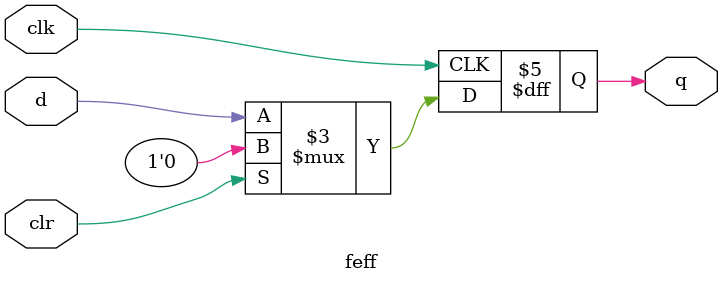
<source format=v>
`timescale 1ns / 1ps
module feff(q, clk, d, clr);

	input clk, clr, d;
	output reg q;
	always @(negedge clk)
	
		if(clr) q <= 0;
		else q <= d;


endmodule

</source>
